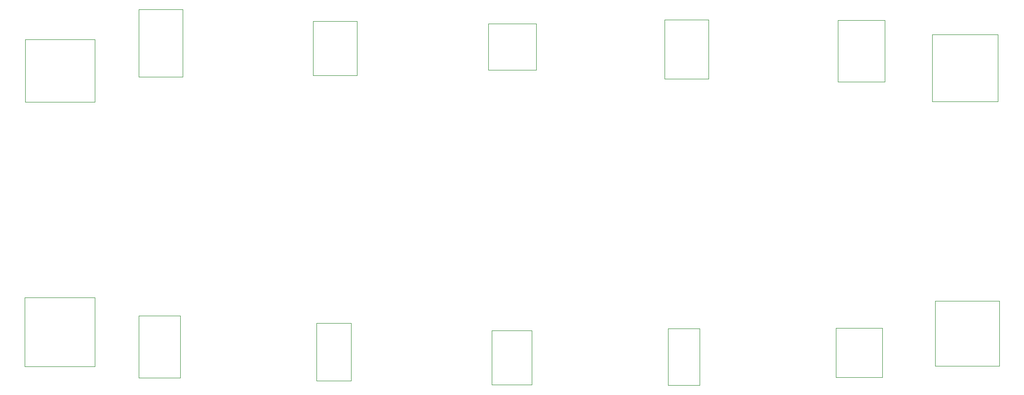
<source format=gbr>
%TF.GenerationSoftware,KiCad,Pcbnew,8.0.2*%
%TF.CreationDate,2024-07-16T15:49:33+02:00*%
%TF.ProjectId,4-MPPC_FARICH_Prototype,342d4d50-5043-45f4-9641-524943485f50,rev?*%
%TF.SameCoordinates,Original*%
%TF.FileFunction,Other,User*%
%FSLAX46Y46*%
G04 Gerber Fmt 4.6, Leading zero omitted, Abs format (unit mm)*
G04 Created by KiCad (PCBNEW 8.0.2) date 2024-07-16 15:49:33*
%MOMM*%
%LPD*%
G01*
G04 APERTURE LIST*
%ADD10C,0.100000*%
G04 APERTURE END LIST*
D10*
X82125000Y-59225000D02*
X89635000Y-59225000D01*
X89635000Y-70775000D01*
X82125000Y-70775000D01*
X82125000Y-59225000D01*
X112045000Y-61215000D02*
X119555000Y-61215000D01*
X119555000Y-70565000D01*
X112045000Y-70565000D01*
X112045000Y-61215000D01*
X142105000Y-61655000D02*
X150265000Y-61655000D01*
X150265000Y-69625000D01*
X142105000Y-69625000D01*
X142105000Y-61655000D01*
X172325000Y-60975000D02*
X179835000Y-60975000D01*
X179835000Y-71155000D01*
X172325000Y-71155000D01*
X172325000Y-60975000D01*
X202035000Y-61045000D02*
X210035000Y-61045000D01*
X210035000Y-71635000D01*
X202035000Y-71635000D01*
X202035000Y-61045000D01*
X218165000Y-63495000D02*
X229415000Y-63495000D01*
X229415000Y-75045000D01*
X218165000Y-75045000D01*
X218165000Y-63495000D01*
X218675000Y-109355000D02*
X229705000Y-109355000D01*
X229705000Y-120505000D01*
X218675000Y-120505000D01*
X218675000Y-109355000D01*
X201675000Y-113955000D02*
X209605000Y-113955000D01*
X209605000Y-122495000D01*
X201675000Y-122495000D01*
X201675000Y-113955000D01*
X172915000Y-114065000D02*
X178305000Y-114065000D01*
X178305000Y-123835000D01*
X172915000Y-123835000D01*
X172915000Y-114065000D01*
X142645000Y-114405000D02*
X149545000Y-114405000D01*
X149545000Y-123695000D01*
X142645000Y-123695000D01*
X142645000Y-114405000D01*
X112595000Y-113115000D02*
X118545000Y-113115000D01*
X118545000Y-123055000D01*
X112595000Y-123055000D01*
X112595000Y-113115000D01*
X82165000Y-111885000D02*
X89235000Y-111885000D01*
X89235000Y-122545000D01*
X82165000Y-122545000D01*
X82165000Y-111885000D01*
X62575000Y-108715000D02*
X74585000Y-108715000D01*
X74585000Y-120635000D01*
X62575000Y-120635000D01*
X62575000Y-108715000D01*
X62695000Y-64345000D02*
X74585000Y-64345000D01*
X74585000Y-75105000D01*
X62695000Y-75105000D01*
X62695000Y-64345000D01*
M02*

</source>
